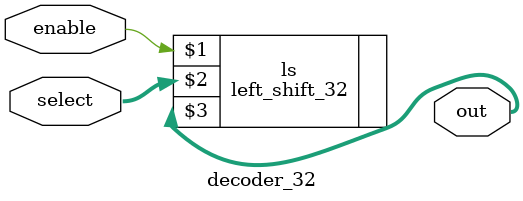
<source format=v>
module decoder_32(out,select,enable);
    input [4:0] select;
    input enable; 
    output [31:0] out; 
    
    left_shift_32 ls(enable, select, out); 
endmodule
</source>
